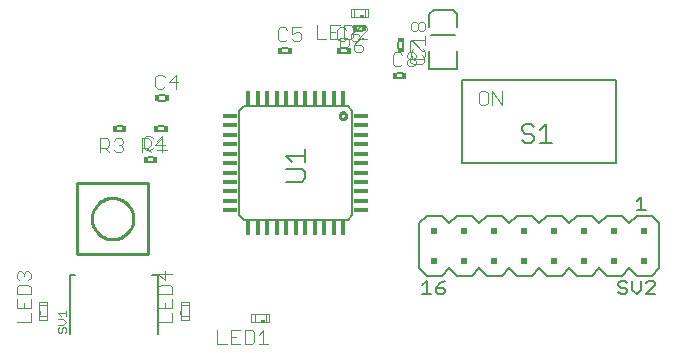
<source format=gto>
G75*
%MOIN*%
%OFA0B0*%
%FSLAX24Y24*%
%IPPOS*%
%LPD*%
%AMOC8*
5,1,8,0,0,1.08239X$1,22.5*
%
%ADD10C,0.0060*%
%ADD11C,0.0040*%
%ADD12R,0.0118X0.0236*%
%ADD13R,0.0089X0.0157*%
%ADD14R,0.0089X0.0098*%
%ADD15R,0.0236X0.0118*%
%ADD16C,0.0080*%
%ADD17C,0.0050*%
%ADD18R,0.0200X0.0200*%
%ADD19C,0.0020*%
%ADD20R,0.0157X0.0089*%
%ADD21R,0.0098X0.0089*%
%ADD22C,0.0100*%
%ADD23R,0.0157X0.0453*%
%ADD24R,0.0157X0.0453*%
%ADD25R,0.0158X0.0453*%
%ADD26R,0.0453X0.0157*%
%ADD27R,0.0453X0.0157*%
%ADD28R,0.0453X0.0158*%
D10*
X009453Y007209D02*
X009646Y007209D01*
X009646Y007385D02*
X009453Y007385D01*
X009807Y008232D02*
X010000Y008232D01*
X010000Y008409D02*
X009807Y008409D01*
X009846Y009256D02*
X010039Y009256D01*
X010039Y009432D02*
X009846Y009432D01*
X008622Y008409D02*
X008429Y008409D01*
X008429Y008232D02*
X008622Y008232D01*
X013941Y010831D02*
X014134Y010831D01*
X014134Y011007D02*
X013941Y011007D01*
X015909Y011007D02*
X016102Y011007D01*
X016102Y010831D02*
X015909Y010831D01*
X016421Y011579D02*
X016614Y011579D01*
X016614Y011755D02*
X016421Y011755D01*
X017808Y011212D02*
X017808Y011019D01*
X017984Y011019D02*
X017984Y011212D01*
X017953Y010180D02*
X017760Y010180D01*
X017760Y010004D02*
X017953Y010004D01*
X014712Y007636D02*
X014712Y007209D01*
X014712Y007422D02*
X014071Y007422D01*
X014285Y007209D01*
X014071Y006991D02*
X014605Y006991D01*
X014712Y006885D01*
X014712Y006671D01*
X014605Y006564D01*
X014071Y006564D01*
X018502Y005173D02*
X018752Y005423D01*
X019252Y005423D01*
X019502Y005173D01*
X019752Y005423D01*
X020252Y005423D01*
X020502Y005173D01*
X020752Y005423D01*
X021252Y005423D01*
X021502Y005173D01*
X021752Y005423D01*
X022252Y005423D01*
X022502Y005173D01*
X022752Y005423D01*
X023252Y005423D01*
X023502Y005173D01*
X023752Y005423D01*
X024252Y005423D01*
X024502Y005173D01*
X024752Y005423D01*
X025252Y005423D01*
X025502Y005173D01*
X025752Y005423D01*
X026252Y005423D01*
X026502Y005173D01*
X026502Y003673D01*
X026252Y003423D01*
X025752Y003423D01*
X025502Y003673D01*
X025252Y003423D01*
X024752Y003423D01*
X024502Y003673D01*
X024252Y003423D01*
X023752Y003423D01*
X023502Y003673D01*
X023252Y003423D01*
X022752Y003423D01*
X022502Y003673D01*
X022252Y003423D01*
X021752Y003423D01*
X021502Y003673D01*
X021252Y003423D01*
X020752Y003423D01*
X020502Y003673D01*
X020252Y003423D01*
X019752Y003423D01*
X019502Y003673D01*
X019252Y003423D01*
X018752Y003423D01*
X018502Y003673D01*
X018502Y005173D01*
D11*
X005553Y001884D02*
X005092Y001884D01*
X005553Y001884D02*
X005553Y002191D01*
X005553Y002344D02*
X005092Y002344D01*
X005092Y002651D01*
X005092Y002805D02*
X005092Y003035D01*
X005169Y003112D01*
X005476Y003112D01*
X005553Y003035D01*
X005553Y002805D01*
X005092Y002805D01*
X005323Y002498D02*
X005323Y002344D01*
X005553Y002344D02*
X005553Y002651D01*
X005829Y002553D02*
X006104Y002553D01*
X006104Y001962D01*
X005829Y001962D01*
X005829Y002553D01*
X005848Y002435D02*
X006085Y002435D01*
X006104Y002336D02*
X006104Y002179D01*
X006085Y002080D02*
X005848Y002080D01*
X005829Y002179D02*
X005829Y002336D01*
X005476Y003265D02*
X005553Y003342D01*
X005553Y003495D01*
X005476Y003572D01*
X005399Y003572D01*
X005323Y003495D01*
X005323Y003419D01*
X005323Y003495D02*
X005246Y003572D01*
X005169Y003572D01*
X005092Y003495D01*
X005092Y003342D01*
X005169Y003265D01*
X009817Y003035D02*
X009817Y002805D01*
X010277Y002805D01*
X010277Y003035D01*
X010201Y003112D01*
X009894Y003112D01*
X009817Y003035D01*
X010047Y003265D02*
X010047Y003572D01*
X009817Y003495D02*
X010047Y003265D01*
X010277Y003495D02*
X009817Y003495D01*
X009817Y002651D02*
X009817Y002344D01*
X010277Y002344D01*
X010277Y002651D01*
X010047Y002498D02*
X010047Y002344D01*
X010277Y002191D02*
X010277Y001884D01*
X009817Y001884D01*
X010553Y001962D02*
X010829Y001962D01*
X010829Y002553D01*
X010553Y002553D01*
X010553Y001962D01*
X010573Y002080D02*
X010809Y002080D01*
X010829Y002179D02*
X010829Y002336D01*
X010809Y002435D02*
X010573Y002435D01*
X010553Y002336D02*
X010553Y002179D01*
X011783Y001608D02*
X011783Y001148D01*
X012090Y001148D01*
X012243Y001148D02*
X012550Y001148D01*
X012704Y001148D02*
X012934Y001148D01*
X013011Y001224D01*
X013011Y001531D01*
X012934Y001608D01*
X012704Y001608D01*
X012704Y001148D01*
X012397Y001378D02*
X012243Y001378D01*
X012243Y001608D02*
X012243Y001148D01*
X012243Y001608D02*
X012550Y001608D01*
X012915Y001884D02*
X012915Y002159D01*
X013506Y002159D01*
X013506Y001884D01*
X012915Y001884D01*
X013034Y001903D02*
X013034Y002140D01*
X013132Y002159D02*
X013289Y002159D01*
X013388Y002140D02*
X013388Y001903D01*
X013289Y001884D02*
X013132Y001884D01*
X013317Y001608D02*
X013164Y001455D01*
X013317Y001608D02*
X013317Y001148D01*
X013164Y001148D02*
X013471Y001148D01*
X010087Y007617D02*
X009780Y007617D01*
X009933Y007617D02*
X009933Y008077D01*
X009780Y007924D01*
X009713Y007771D02*
X009943Y008001D01*
X009943Y007541D01*
X010020Y007771D02*
X009713Y007771D01*
X009626Y007694D02*
X009549Y007617D01*
X009396Y007617D01*
X009319Y007694D01*
X009319Y008001D01*
X009396Y008077D01*
X009549Y008077D01*
X009626Y008001D01*
X009560Y007924D02*
X009560Y007771D01*
X009483Y007694D01*
X009253Y007694D01*
X009406Y007694D02*
X009560Y007541D01*
X009253Y007541D02*
X009253Y008001D01*
X009483Y008001D01*
X009560Y007924D01*
X008642Y007924D02*
X008642Y007848D01*
X008565Y007771D01*
X008642Y007694D01*
X008642Y007617D01*
X008565Y007541D01*
X008412Y007541D01*
X008335Y007617D01*
X008182Y007541D02*
X008028Y007694D01*
X008105Y007694D02*
X007875Y007694D01*
X007875Y007541D02*
X007875Y008001D01*
X008105Y008001D01*
X008182Y007924D01*
X008182Y007771D01*
X008105Y007694D01*
X008335Y007924D02*
X008412Y008001D01*
X008565Y008001D01*
X008642Y007924D01*
X008565Y007771D02*
X008489Y007771D01*
X009790Y009664D02*
X009943Y009664D01*
X010020Y009741D01*
X010173Y009894D02*
X010480Y009894D01*
X010404Y009664D02*
X010404Y010125D01*
X010173Y009894D01*
X010020Y010048D02*
X009943Y010125D01*
X009790Y010125D01*
X009713Y010048D01*
X009713Y009741D01*
X009790Y009664D01*
X013807Y011316D02*
X013884Y011239D01*
X014038Y011239D01*
X014114Y011316D01*
X014268Y011316D02*
X014345Y011239D01*
X014498Y011239D01*
X014575Y011316D01*
X014575Y011469D01*
X014498Y011546D01*
X014421Y011546D01*
X014268Y011469D01*
X014268Y011699D01*
X014575Y011699D01*
X014114Y011623D02*
X014038Y011699D01*
X013884Y011699D01*
X013807Y011623D01*
X013807Y011316D01*
X015090Y011305D02*
X015397Y011305D01*
X015550Y011305D02*
X015857Y011305D01*
X015867Y011347D02*
X016097Y011347D01*
X016174Y011271D01*
X016174Y011117D01*
X016097Y011041D01*
X015867Y011041D01*
X016020Y011041D02*
X016174Y010887D01*
X016327Y010964D02*
X016327Y011117D01*
X016558Y011117D01*
X016634Y011041D01*
X016634Y010964D01*
X016558Y010887D01*
X016404Y010887D01*
X016327Y010964D01*
X016327Y011117D02*
X016481Y011271D01*
X016634Y011347D01*
X016543Y011316D02*
X016543Y011393D01*
X016467Y011469D01*
X016236Y011469D01*
X016236Y011316D01*
X016313Y011239D01*
X016467Y011239D01*
X016543Y011316D01*
X016471Y011305D02*
X016778Y011612D01*
X016778Y011689D01*
X016701Y011766D01*
X016548Y011766D01*
X016471Y011689D01*
X016543Y011699D02*
X016390Y011623D01*
X016236Y011469D01*
X016318Y011382D02*
X016241Y011305D01*
X016011Y011305D01*
X016011Y011766D01*
X016241Y011766D01*
X016318Y011689D01*
X016318Y011382D01*
X016471Y011305D02*
X016778Y011305D01*
X016083Y011316D02*
X016006Y011239D01*
X015853Y011239D01*
X015776Y011316D01*
X015776Y011623D01*
X015853Y011699D01*
X016006Y011699D01*
X016083Y011623D01*
X015857Y011766D02*
X015550Y011766D01*
X015550Y011305D01*
X015550Y011535D02*
X015704Y011535D01*
X015867Y011347D02*
X015867Y010887D01*
X015090Y011305D02*
X015090Y011766D01*
X016222Y012041D02*
X016222Y012317D01*
X016813Y012317D01*
X016813Y012041D01*
X016222Y012041D01*
X016341Y012061D02*
X016341Y012297D01*
X016439Y012317D02*
X016596Y012317D01*
X016695Y012297D02*
X016695Y012061D01*
X016596Y012041D02*
X016439Y012041D01*
X017626Y010796D02*
X017703Y010873D01*
X017857Y010873D01*
X017933Y010796D01*
X018087Y010796D02*
X018163Y010873D01*
X018317Y010873D01*
X018394Y010796D01*
X018394Y010719D01*
X018317Y010642D01*
X018163Y010642D01*
X018087Y010719D01*
X018087Y010796D01*
X018239Y010739D02*
X018316Y010662D01*
X018623Y010662D01*
X018699Y010739D01*
X018699Y010892D01*
X018623Y010969D01*
X018599Y010925D02*
X018676Y010925D01*
X018599Y010925D02*
X018292Y011232D01*
X018215Y011232D01*
X018215Y010925D01*
X018239Y010892D02*
X018239Y010739D01*
X018215Y010695D02*
X018215Y010542D01*
X018292Y010465D01*
X018599Y010465D01*
X018676Y010542D01*
X018676Y010695D01*
X018599Y010772D01*
X018394Y010566D02*
X018317Y010642D01*
X018394Y010566D02*
X018394Y010489D01*
X018317Y010412D01*
X018163Y010412D01*
X018087Y010489D01*
X018087Y010566D01*
X018163Y010642D01*
X018215Y010695D02*
X018292Y010772D01*
X018239Y010892D02*
X018316Y010969D01*
X018392Y011123D02*
X018239Y011276D01*
X018699Y011276D01*
X018699Y011123D02*
X018699Y011429D01*
X018623Y011583D02*
X018699Y011660D01*
X018699Y011813D01*
X018623Y011890D01*
X018546Y011890D01*
X018469Y011813D01*
X018469Y011660D01*
X018392Y011583D01*
X018316Y011583D01*
X018239Y011660D01*
X018239Y011813D01*
X018316Y011890D01*
X018392Y011890D01*
X018469Y011813D01*
X018469Y011660D02*
X018546Y011583D01*
X018623Y011583D01*
X017626Y010796D02*
X017626Y010489D01*
X017703Y010412D01*
X017857Y010412D01*
X017933Y010489D01*
X020487Y009498D02*
X020487Y009191D01*
X020564Y009114D01*
X020717Y009114D01*
X020794Y009191D01*
X020794Y009498D01*
X020717Y009575D01*
X020564Y009575D01*
X020487Y009498D01*
X020947Y009575D02*
X021254Y009114D01*
X021254Y009575D01*
X020947Y009575D02*
X020947Y009114D01*
D12*
X018017Y010090D03*
X017697Y010090D03*
X016167Y010917D03*
X015847Y010917D03*
X016357Y011669D03*
X016677Y011669D03*
X014198Y010917D03*
X013878Y010917D03*
X010104Y009342D03*
X009784Y009342D03*
X009743Y008323D03*
X010063Y008323D03*
X008685Y008323D03*
X008365Y008323D03*
X009390Y007295D03*
X009710Y007295D03*
D13*
X010578Y002179D03*
X005853Y002179D03*
D14*
X005853Y002208D03*
X010578Y002208D03*
D15*
X017894Y010955D03*
X017894Y011275D03*
D16*
X018841Y010919D02*
X018841Y010328D01*
X019785Y010328D01*
X019785Y010919D01*
X019785Y011706D02*
X019785Y012140D01*
X019628Y012297D01*
X018998Y012297D01*
X018841Y012140D01*
X018841Y011706D01*
X016124Y009069D02*
X012659Y009069D01*
X012502Y008911D01*
X012502Y005447D01*
X012659Y005289D01*
X016124Y005289D01*
X016282Y005447D01*
X016282Y008911D01*
X016124Y009069D01*
D17*
X019943Y009935D02*
X019943Y007179D01*
X025061Y007179D01*
X025061Y009935D01*
X019943Y009935D01*
X021919Y008367D02*
X021919Y008265D01*
X022021Y008163D01*
X022225Y008163D01*
X022326Y008062D01*
X022326Y007960D01*
X022225Y007858D01*
X022021Y007858D01*
X021919Y007960D01*
X021919Y008367D02*
X022021Y008469D01*
X022225Y008469D01*
X022326Y008367D01*
X022527Y008265D02*
X022731Y008469D01*
X022731Y007858D01*
X022934Y007858D02*
X022527Y007858D01*
X025767Y005898D02*
X025917Y006048D01*
X025917Y005598D01*
X025767Y005598D02*
X026067Y005598D01*
X026142Y003248D02*
X026067Y003173D01*
X026142Y003248D02*
X026292Y003248D01*
X026367Y003173D01*
X026367Y003098D01*
X026067Y002798D01*
X026367Y002798D01*
X025906Y002948D02*
X025906Y003248D01*
X025606Y003248D02*
X025606Y002948D01*
X025756Y002798D01*
X025906Y002948D01*
X025446Y002948D02*
X025446Y002873D01*
X025371Y002798D01*
X025221Y002798D01*
X025146Y002873D01*
X025221Y003023D02*
X025371Y003023D01*
X025446Y002948D01*
X025446Y003173D02*
X025371Y003248D01*
X025221Y003248D01*
X025146Y003173D01*
X025146Y003098D01*
X025221Y003023D01*
X019367Y002948D02*
X019367Y002873D01*
X019292Y002798D01*
X019142Y002798D01*
X019067Y002873D01*
X019067Y003023D01*
X019292Y003023D01*
X019367Y002948D01*
X019217Y003173D02*
X019067Y003023D01*
X019217Y003173D02*
X019367Y003248D01*
X018756Y003248D02*
X018756Y002798D01*
X018606Y002798D02*
X018906Y002798D01*
X018606Y003098D02*
X018756Y003248D01*
X009805Y003439D02*
X009805Y001470D01*
X009805Y003439D02*
X009608Y003439D01*
X007049Y003439D02*
X006852Y003439D01*
X006852Y001470D01*
X018913Y011463D02*
X019713Y011463D01*
D18*
X020002Y004923D03*
X019002Y004923D03*
X019002Y003923D03*
X020002Y003923D03*
X021002Y003923D03*
X022002Y003923D03*
X023002Y003923D03*
X024002Y003923D03*
X025002Y003923D03*
X026002Y003923D03*
X026002Y004923D03*
X025002Y004923D03*
X024002Y004923D03*
X023002Y004923D03*
X022002Y004923D03*
X021002Y004923D03*
D19*
X006744Y002259D02*
X006744Y002072D01*
X006744Y002165D02*
X006464Y002165D01*
X006557Y002072D01*
X006464Y001983D02*
X006651Y001983D01*
X006744Y001889D01*
X006651Y001796D01*
X006464Y001796D01*
X006510Y001706D02*
X006464Y001660D01*
X006464Y001566D01*
X006510Y001520D01*
X006557Y001520D01*
X006604Y001566D01*
X006604Y001660D01*
X006651Y001706D01*
X006697Y001706D01*
X006744Y001660D01*
X006744Y001566D01*
X006697Y001520D01*
D20*
X013289Y001908D03*
X016596Y012066D03*
D21*
X016567Y012066D03*
X013260Y001908D03*
D22*
X009471Y004143D02*
X009471Y006506D01*
X007108Y006506D01*
X007108Y004143D01*
X009471Y004143D01*
X007600Y005325D02*
X007602Y005377D01*
X007608Y005429D01*
X007618Y005480D01*
X007631Y005530D01*
X007649Y005580D01*
X007670Y005627D01*
X007694Y005673D01*
X007723Y005717D01*
X007754Y005759D01*
X007788Y005798D01*
X007825Y005835D01*
X007865Y005868D01*
X007908Y005899D01*
X007952Y005926D01*
X007998Y005950D01*
X008047Y005970D01*
X008096Y005986D01*
X008147Y005999D01*
X008198Y006008D01*
X008250Y006013D01*
X008302Y006014D01*
X008354Y006011D01*
X008406Y006004D01*
X008457Y005993D01*
X008507Y005979D01*
X008556Y005960D01*
X008603Y005938D01*
X008648Y005913D01*
X008692Y005884D01*
X008733Y005852D01*
X008772Y005817D01*
X008807Y005779D01*
X008840Y005738D01*
X008870Y005696D01*
X008896Y005651D01*
X008919Y005604D01*
X008938Y005555D01*
X008954Y005505D01*
X008966Y005455D01*
X008974Y005403D01*
X008978Y005351D01*
X008978Y005299D01*
X008974Y005247D01*
X008966Y005195D01*
X008954Y005145D01*
X008938Y005095D01*
X008919Y005046D01*
X008896Y004999D01*
X008870Y004954D01*
X008840Y004912D01*
X008807Y004871D01*
X008772Y004833D01*
X008733Y004798D01*
X008692Y004766D01*
X008648Y004737D01*
X008603Y004712D01*
X008556Y004690D01*
X008507Y004671D01*
X008457Y004657D01*
X008406Y004646D01*
X008354Y004639D01*
X008302Y004636D01*
X008250Y004637D01*
X008198Y004642D01*
X008147Y004651D01*
X008096Y004664D01*
X008047Y004680D01*
X007998Y004700D01*
X007952Y004724D01*
X007908Y004751D01*
X007865Y004782D01*
X007825Y004815D01*
X007788Y004852D01*
X007754Y004891D01*
X007723Y004933D01*
X007694Y004977D01*
X007670Y005023D01*
X007649Y005070D01*
X007631Y005120D01*
X007618Y005170D01*
X007608Y005221D01*
X007602Y005273D01*
X007600Y005325D01*
X015856Y008754D02*
X015858Y008774D01*
X015863Y008794D01*
X015873Y008812D01*
X015885Y008829D01*
X015900Y008843D01*
X015918Y008853D01*
X015937Y008861D01*
X015957Y008865D01*
X015977Y008865D01*
X015997Y008861D01*
X016016Y008853D01*
X016034Y008843D01*
X016049Y008829D01*
X016061Y008812D01*
X016071Y008794D01*
X016076Y008774D01*
X016078Y008754D01*
X016076Y008734D01*
X016071Y008714D01*
X016061Y008696D01*
X016049Y008679D01*
X016034Y008665D01*
X016016Y008655D01*
X015997Y008647D01*
X015977Y008643D01*
X015957Y008643D01*
X015937Y008647D01*
X015918Y008655D01*
X015900Y008665D01*
X015885Y008679D01*
X015873Y008696D01*
X015863Y008714D01*
X015858Y008734D01*
X015856Y008754D01*
D23*
X015967Y009354D03*
X014392Y009354D03*
X012817Y009354D03*
X012817Y005004D03*
X014392Y005004D03*
X015967Y005004D03*
D24*
X015652Y005004D03*
X015337Y005004D03*
X013447Y005004D03*
X013132Y005004D03*
X013132Y009354D03*
X013447Y009354D03*
X015337Y009354D03*
X015652Y009354D03*
D25*
X015022Y009354D03*
X014707Y009354D03*
X014077Y009354D03*
X013762Y009354D03*
X013762Y005004D03*
X014077Y005004D03*
X014707Y005004D03*
X015022Y005004D03*
D26*
X016567Y005604D03*
X016567Y007179D03*
X016567Y008754D03*
X012217Y008754D03*
X012217Y007179D03*
X012217Y005604D03*
D27*
X012217Y005919D03*
X012217Y006234D03*
X012217Y008124D03*
X012217Y008439D03*
X016567Y008439D03*
X016567Y008124D03*
X016567Y006234D03*
X016567Y005919D03*
D28*
X016567Y006549D03*
X016567Y006864D03*
X016567Y007494D03*
X016567Y007809D03*
X012217Y007809D03*
X012217Y007494D03*
X012217Y006864D03*
X012217Y006549D03*
M02*

</source>
